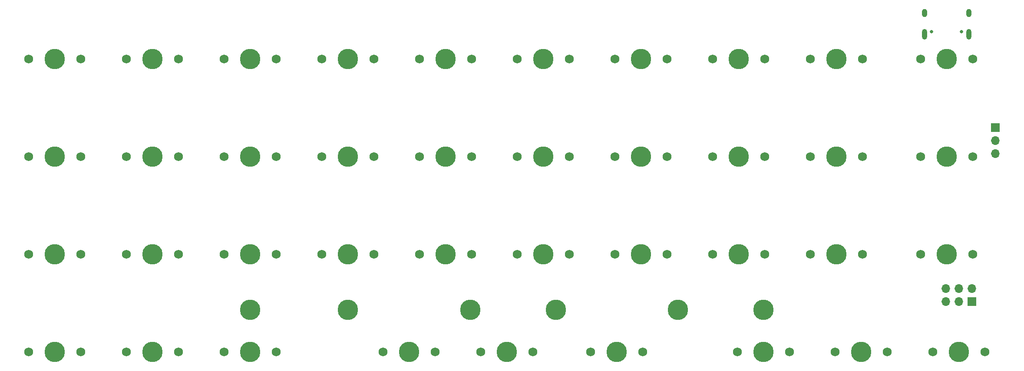
<source format=gbr>
%TF.GenerationSoftware,KiCad,Pcbnew,(7.0.0)*%
%TF.CreationDate,2023-10-03T20:22:14+02:00*%
%TF.ProjectId,qorthoz,716f7274-686f-47a2-9e6b-696361645f70,rev?*%
%TF.SameCoordinates,Original*%
%TF.FileFunction,Soldermask,Top*%
%TF.FilePolarity,Negative*%
%FSLAX46Y46*%
G04 Gerber Fmt 4.6, Leading zero omitted, Abs format (unit mm)*
G04 Created by KiCad (PCBNEW (7.0.0)) date 2023-10-03 20:22:14*
%MOMM*%
%LPD*%
G01*
G04 APERTURE LIST*
%ADD10C,1.750000*%
%ADD11C,3.987800*%
%ADD12C,0.650000*%
%ADD13O,1.000000X1.600000*%
%ADD14O,1.000000X2.100000*%
%ADD15R,1.700000X1.700000*%
%ADD16O,1.700000X1.700000*%
G04 APERTURE END LIST*
D10*
%TO.C,MX20*%
X206851250Y-49212500D03*
D11*
X211931250Y-49212500D03*
D10*
X217011250Y-49212500D03*
%TD*%
%TO.C,MX36*%
X171132500Y-87312500D03*
D11*
X176212500Y-87312500D03*
D10*
X181292500Y-87312500D03*
%TD*%
%TO.C,MX37*%
X190182500Y-87312500D03*
D11*
X195262500Y-87312500D03*
D10*
X200342500Y-87312500D03*
%TD*%
%TO.C,MX18*%
X166370000Y-49212500D03*
D11*
X171450000Y-49212500D03*
D10*
X176530000Y-49212500D03*
%TD*%
%TO.C,MX35*%
X142557500Y-87312500D03*
D11*
X147637500Y-87312500D03*
D10*
X152717500Y-87312500D03*
%TD*%
%TO.C,MX1*%
X33020000Y-30162500D03*
D11*
X38100000Y-30162500D03*
D10*
X43180000Y-30162500D03*
%TD*%
%TO.C,MX34*%
X102076250Y-87312500D03*
D11*
X107156250Y-87312500D03*
D10*
X112236250Y-87312500D03*
%TD*%
%TO.C,MX28*%
X166370000Y-68262500D03*
D11*
X171450000Y-68262500D03*
D10*
X176530000Y-68262500D03*
%TD*%
%TO.C,MX9*%
X185420000Y-30162500D03*
D11*
X190500000Y-30162500D03*
D10*
X195580000Y-30162500D03*
%TD*%
%TO.C,MX6*%
X128270000Y-30162500D03*
D11*
X133350000Y-30162500D03*
D10*
X138430000Y-30162500D03*
%TD*%
%TO.C,MX24*%
X90170000Y-68262500D03*
D11*
X95250000Y-68262500D03*
D10*
X100330000Y-68262500D03*
%TD*%
%TO.C,MX15*%
X109220000Y-49212500D03*
D11*
X114300000Y-49212500D03*
D10*
X119380000Y-49212500D03*
%TD*%
%TO.C,MX17*%
X147320000Y-49212500D03*
D11*
X152400000Y-49212500D03*
D10*
X157480000Y-49212500D03*
%TD*%
%TO.C,MX16*%
X128270000Y-49212500D03*
D11*
X133350000Y-49212500D03*
D10*
X138430000Y-49212500D03*
%TD*%
%TO.C,MX19*%
X185420000Y-49212500D03*
D11*
X190500000Y-49212500D03*
D10*
X195580000Y-49212500D03*
%TD*%
%TO.C,MX25*%
X109220000Y-68262500D03*
D11*
X114300000Y-68262500D03*
D10*
X119380000Y-68262500D03*
%TD*%
%TO.C,MX21*%
X33020000Y-68262500D03*
D11*
X38100000Y-68262500D03*
D10*
X43180000Y-68262500D03*
%TD*%
%TO.C,MX22*%
X52070000Y-68262500D03*
D11*
X57150000Y-68262500D03*
D10*
X62230000Y-68262500D03*
%TD*%
D11*
%TO.C,S3*%
X176212500Y-79057500D03*
X76200000Y-79057500D03*
%TD*%
D10*
%TO.C,MX5*%
X109220000Y-30162500D03*
D11*
X114300000Y-30162500D03*
D10*
X119380000Y-30162500D03*
%TD*%
%TO.C,MX10*%
X217011250Y-30162500D03*
D11*
X211931250Y-30162500D03*
D10*
X206851250Y-30162500D03*
%TD*%
%TO.C,MX12*%
X52070000Y-49212500D03*
D11*
X57150000Y-49212500D03*
D10*
X62230000Y-49212500D03*
%TD*%
%TO.C,MX29*%
X185420000Y-68262500D03*
D11*
X190500000Y-68262500D03*
D10*
X195580000Y-68262500D03*
%TD*%
%TO.C,MX14*%
X90170000Y-49212500D03*
D11*
X95250000Y-49212500D03*
D10*
X100330000Y-49212500D03*
%TD*%
%TO.C,MX32*%
X52070000Y-87312500D03*
D11*
X57150000Y-87312500D03*
D10*
X62230000Y-87312500D03*
%TD*%
%TO.C,MX26*%
X128270000Y-68262500D03*
D11*
X133350000Y-68262500D03*
D10*
X138430000Y-68262500D03*
%TD*%
%TO.C,MX33*%
X71120000Y-87312500D03*
D11*
X76200000Y-87312500D03*
D10*
X81280000Y-87312500D03*
%TD*%
%TO.C,MX3*%
X71120000Y-30162500D03*
D11*
X76200000Y-30162500D03*
D10*
X81280000Y-30162500D03*
%TD*%
%TO.C,MX23*%
X71120000Y-68262500D03*
D11*
X76200000Y-68262500D03*
D10*
X81280000Y-68262500D03*
%TD*%
%TO.C,MX27*%
X147320000Y-68262500D03*
D11*
X152400000Y-68262500D03*
D10*
X157480000Y-68262500D03*
%TD*%
%TO.C,MX39*%
X121126250Y-87312500D03*
D11*
X126206250Y-87312500D03*
D10*
X131286250Y-87312500D03*
%TD*%
%TO.C,MX4*%
X90170000Y-30162500D03*
D11*
X95250000Y-30162500D03*
D10*
X100330000Y-30162500D03*
%TD*%
D11*
%TO.C,S2*%
X159543750Y-79057500D03*
X135731250Y-79057500D03*
%TD*%
D10*
%TO.C,MX8*%
X166370000Y-30162500D03*
D11*
X171450000Y-30162500D03*
D10*
X176530000Y-30162500D03*
%TD*%
%TO.C,MX13*%
X71120000Y-49212500D03*
D11*
X76200000Y-49212500D03*
D10*
X81280000Y-49212500D03*
%TD*%
%TO.C,MX31*%
X33020000Y-87312500D03*
D11*
X38100000Y-87312500D03*
D10*
X43180000Y-87312500D03*
%TD*%
%TO.C,MX38*%
X209232500Y-87312500D03*
D11*
X214312500Y-87312500D03*
D10*
X219392500Y-87312500D03*
%TD*%
%TO.C,MX7*%
X147320000Y-30162500D03*
D11*
X152400000Y-30162500D03*
D10*
X157480000Y-30162500D03*
%TD*%
%TO.C,MX2*%
X52070000Y-30162500D03*
D11*
X57150000Y-30162500D03*
D10*
X62230000Y-30162500D03*
%TD*%
%TO.C,MX11*%
X33020000Y-49212500D03*
D11*
X38100000Y-49212500D03*
D10*
X43180000Y-49212500D03*
%TD*%
%TO.C,MX30*%
X206851250Y-68262500D03*
D11*
X211931250Y-68262500D03*
D10*
X217011250Y-68262500D03*
%TD*%
D11*
%TO.C,S1*%
X119062500Y-79057500D03*
X95250000Y-79057500D03*
%TD*%
D12*
%TO.C,J1*%
X209041250Y-24825000D03*
X214821250Y-24825000D03*
D13*
X207611249Y-21174999D03*
D14*
X207611249Y-25354999D03*
D13*
X216251249Y-21174999D03*
D14*
X216251249Y-25354999D03*
%TD*%
D15*
%TO.C,J4*%
X216837499Y-77474999D03*
D16*
X216837499Y-74934999D03*
X214297499Y-77474999D03*
X214297499Y-74934999D03*
X211757499Y-77474999D03*
X211757499Y-74934999D03*
%TD*%
D15*
%TO.C,J2*%
X221456249Y-43497499D03*
D16*
X221456249Y-46037499D03*
X221456249Y-48577499D03*
%TD*%
M02*

</source>
